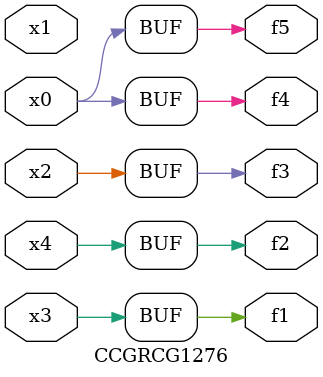
<source format=v>
module CCGRCG1276(
	input x0, x1, x2, x3, x4,
	output f1, f2, f3, f4, f5
);
	assign f1 = x3;
	assign f2 = x4;
	assign f3 = x2;
	assign f4 = x0;
	assign f5 = x0;
endmodule

</source>
